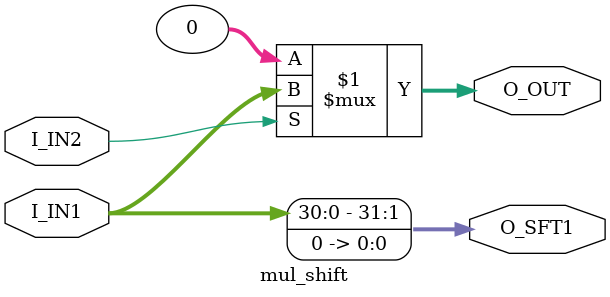
<source format=sv>
`timescale 1ns / 1ps


module mul_shift#(
    parameter D_W = 16
)(
    input  logic [D_W*2-1:0] I_IN1 ,
    input  logic             I_IN2 ,
    output logic [D_W*2-1:0] O_OUT ,
    output logic [D_W*2-1:0] O_SFT1
    );
    assign O_OUT =  (I_IN2 ? I_IN1 : 0);
    assign O_SFT1 = I_IN1<<1;
endmodule
</source>
